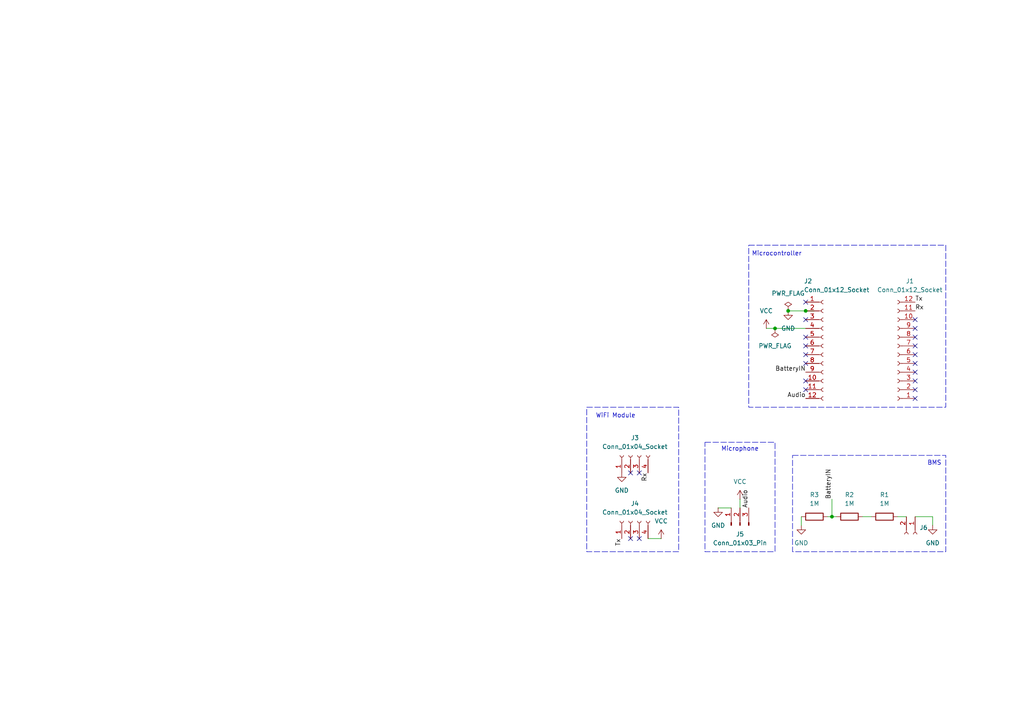
<source format=kicad_sch>
(kicad_sch (version 20250114) (generator "eeschema") (generator_version "9.0")
  (paper "A4")
  (lib_symbols
    (symbol "Connector:Conn_01x02_Socket" (pin_names (offset 1.016) (hide yes))
      (property "Reference" "J" (at 0 2.54 0))
      (property "Value" "Conn_01x02_Socket" (at 0 -5.08 0))
      (symbol "Conn_01x02_Socket_1_1"
        (polyline (pts (xy -1.27 0) (xy -0.508 0)) (stroke (width 0.1524)))
        (polyline (pts (xy -1.27 -2.54) (xy -0.508 -2.54)) (stroke (width 0.1524)))
        (arc (start 0 -0.508) (mid -0.5058 0) (end 0 0.508) (stroke (width 0.1524)))
        (arc (start 0 -3.048) (mid -0.5058 -2.54) (end 0 -2.032) (stroke (width 0.1524)))
        (pin passive line (at -5.08 0 0) (length 3.81) (name "Pin_1") (number "1"))
        (pin passive line (at -5.08 -2.54 0) (length 3.81) (name "Pin_2") (number "2"))
      )
    )
    (symbol "Connector:Conn_01x03_Pin" (pin_names (offset 1.016) (hide yes))
      (property "Reference" "J" (at 0 5.08 0))
      (property "Value" "Conn_01x03_Pin" (at 0 -5.08 0))
      (symbol "Conn_01x03_Pin_1_1"
        (rectangle (start 0.8636 2.667) (end 0 2.413) (stroke (width 0.1524)) (fill (type outline)))
        (rectangle (start 0.8636 0.127) (end 0 -0.127) (stroke (width 0.1524)) (fill (type outline)))
        (rectangle (start 0.8636 -2.413) (end 0 -2.667) (stroke (width 0.1524)) (fill (type outline)))
        (polyline (pts (xy 1.27 2.54) (xy 0.8636 2.54)) (stroke (width 0.1524)))
        (polyline (pts (xy 1.27 0) (xy 0.8636 0)) (stroke (width 0.1524)))
        (polyline (pts (xy 1.27 -2.54) (xy 0.8636 -2.54)) (stroke (width 0.1524)))
        (pin passive line (at 5.08 2.54 180) (length 3.81) (name "Pin_1") (number "1"))
        (pin passive line (at 5.08 0 180) (length 3.81) (name "Pin_2") (number "2"))
        (pin passive line (at 5.08 -2.54 180) (length 3.81) (name "Pin_3") (number "3"))
      )
    )
    (symbol "Connector:Conn_01x04_Socket" (pin_names (offset 1.016) (hide yes))
      (property "Reference" "J" (at 0 5.08 0))
      (property "Value" "Conn_01x04_Socket" (at 0 -7.62 0))
      (symbol "Conn_01x04_Socket_1_1"
        (polyline (pts (xy -1.27 2.54) (xy -0.508 2.54)) (stroke (width 0.1524)))
        (polyline (pts (xy -1.27 0) (xy -0.508 0)) (stroke (width 0.1524)))
        (polyline (pts (xy -1.27 -2.54) (xy -0.508 -2.54)) (stroke (width 0.1524)))
        (polyline (pts (xy -1.27 -5.08) (xy -0.508 -5.08)) (stroke (width 0.1524)))
        (arc (start 0 2.032) (mid -0.5058 2.54) (end 0 3.048) (stroke (width 0.1524)))
        (arc (start 0 -0.508) (mid -0.5058 0) (end 0 0.508) (stroke (width 0.1524)))
        (arc (start 0 -3.048) (mid -0.5058 -2.54) (end 0 -2.032) (stroke (width 0.1524)))
        (arc (start 0 -5.588) (mid -0.5058 -5.08) (end 0 -4.572) (stroke (width 0.1524)))
        (pin passive line (at -5.08 2.54 0) (length 3.81) (name "Pin_1") (number "1"))
        (pin passive line (at -5.08 0 0) (length 3.81) (name "Pin_2") (number "2"))
        (pin passive line (at -5.08 -2.54 0) (length 3.81) (name "Pin_3") (number "3"))
        (pin passive line (at -5.08 -5.08 0) (length 3.81) (name "Pin_4") (number "4"))
      )
    )
    (symbol "Connector:Conn_01x12_Socket" (pin_names (offset 1.016) (hide yes))
      (property "Reference" "J" (at 0 15.24 0))
      (property "Value" "Conn_01x12_Socket" (at 0 -17.78 0))
      (symbol "Conn_01x12_Socket_1_1"
        (polyline (pts (xy -1.27 12.7) (xy -0.508 12.7)) (stroke (width 0.1524)))
        (polyline (pts (xy -1.27 10.16) (xy -0.508 10.16)) (stroke (width 0.1524)))
        (polyline (pts (xy -1.27 7.62) (xy -0.508 7.62)) (stroke (width 0.1524)))
        (polyline (pts (xy -1.27 5.08) (xy -0.508 5.08)) (stroke (width 0.1524)))
        (polyline (pts (xy -1.27 2.54) (xy -0.508 2.54)) (stroke (width 0.1524)))
        (polyline (pts (xy -1.27 0) (xy -0.508 0)) (stroke (width 0.1524)))
        (polyline (pts (xy -1.27 -2.54) (xy -0.508 -2.54)) (stroke (width 0.1524)))
        (polyline (pts (xy -1.27 -5.08) (xy -0.508 -5.08)) (stroke (width 0.1524)))
        (polyline (pts (xy -1.27 -7.62) (xy -0.508 -7.62)) (stroke (width 0.1524)))
        (polyline (pts (xy -1.27 -10.16) (xy -0.508 -10.16)) (stroke (width 0.1524)))
        (polyline (pts (xy -1.27 -12.7) (xy -0.508 -12.7)) (stroke (width 0.1524)))
        (polyline (pts (xy -1.27 -15.24) (xy -0.508 -15.24)) (stroke (width 0.1524)))
        (arc (start 0 12.192) (mid -0.5058 12.7) (end 0 13.208) (stroke (width 0.1524)))
        (arc (start 0 9.652) (mid -0.5058 10.16) (end 0 10.668) (stroke (width 0.1524)))
        (arc (start 0 7.112) (mid -0.5058 7.62) (end 0 8.128) (stroke (width 0.1524)))
        (arc (start 0 4.572) (mid -0.5058 5.08) (end 0 5.588) (stroke (width 0.1524)))
        (arc (start 0 2.032) (mid -0.5058 2.54) (end 0 3.048) (stroke (width 0.1524)))
        (arc (start 0 -0.508) (mid -0.5058 0) (end 0 0.508) (stroke (width 0.1524)))
        (arc (start 0 -3.048) (mid -0.5058 -2.54) (end 0 -2.032) (stroke (width 0.1524)))
        (arc (start 0 -5.588) (mid -0.5058 -5.08) (end 0 -4.572) (stroke (width 0.1524)))
        (arc (start 0 -8.128) (mid -0.5058 -7.62) (end 0 -7.112) (stroke (width 0.1524)))
        (arc (start 0 -10.668) (mid -0.5058 -10.16) (end 0 -9.652) (stroke (width 0.1524)))
        (arc (start 0 -13.208) (mid -0.5058 -12.7) (end 0 -12.192) (stroke (width 0.1524)))
        (arc (start 0 -15.748) (mid -0.5058 -15.24) (end 0 -14.732) (stroke (width 0.1524)))
        (pin passive line (at -5.08 12.7 0) (length 3.81) (name "Pin_1") (number "1"))
        (pin passive line (at -5.08 10.16 0) (length 3.81) (name "Pin_2") (number "2"))
        (pin passive line (at -5.08 7.62 0) (length 3.81) (name "Pin_3") (number "3"))
        (pin passive line (at -5.08 5.08 0) (length 3.81) (name "Pin_4") (number "4"))
        (pin passive line (at -5.08 2.54 0) (length 3.81) (name "Pin_5") (number "5"))
        (pin passive line (at -5.08 0 0) (length 3.81) (name "Pin_6") (number "6"))
        (pin passive line (at -5.08 -2.54 0) (length 3.81) (name "Pin_7") (number "7"))
        (pin passive line (at -5.08 -5.08 0) (length 3.81) (name "Pin_8") (number "8"))
        (pin passive line (at -5.08 -7.62 0) (length 3.81) (name "Pin_9") (number "9"))
        (pin passive line (at -5.08 -10.16 0) (length 3.81) (name "Pin_10") (number "10"))
        (pin passive line (at -5.08 -12.7 0) (length 3.81) (name "Pin_11") (number "11"))
        (pin passive line (at -5.08 -15.24 0) (length 3.81) (name "Pin_12") (number "12"))
      )
    )
    (symbol "Device:R" (pin_numbers (hide yes)) (pin_names (offset 0))
      (property "Reference" "R" (at 2.032 0 90))
      (property "Value" "R" (at 0 0 90))
      (symbol "R_0_1"
        (rectangle (start -1.016 -2.54) (end 1.016 2.54) (stroke (width 0.254)))
      )
      (symbol "R_1_1"
        (pin passive line (at 0 3.81 270) (length 1.27) (name "~") (number "1"))
        (pin passive line (at 0 -3.81 90) (length 1.27) (name "~") (number "2"))
      )
    )
    (symbol "power:GND" (power) (pin_numbers (hide yes)) (pin_names (offset 0) (hide yes))
      (property "Value" "GND" (at 0 -3.81 0))
      (symbol "GND_0_1"
        (polyline (pts (xy 0 0) (xy 0 -1.27) (xy 1.27 -1.27) (xy 0 -2.54) (xy -1.27 -1.27) (xy 0 -1.27)))
      )
      (symbol "GND_1_1"
        (pin power_in line (at 0 0 270) (length 0) (name "~") (number "1"))
      )
    )
    (symbol "power:PWR_FLAG" (power) (pin_numbers (hide yes)) (pin_names (offset 0) (hide yes))
      (property "Value" "PWR_FLAG" (at 0 3.81 0))
      (symbol "PWR_FLAG_0_0"
        (pin power_out line (at 0 0 90) (length 0) (name "~") (number "1"))
      )
      (symbol "PWR_FLAG_0_1"
        (polyline (pts (xy 0 0) (xy 0 1.27) (xy -1.016 1.905) (xy 0 2.54) (xy 1.016 1.905) (xy 0 1.27)))
      )
    )
    (symbol "power:VCC" (power) (pin_numbers (hide yes)) (pin_names (offset 0) (hide yes))
      (property "Value" "VCC" (at 0 3.556 0))
      (symbol "VCC_0_1"
        (polyline (pts (xy -0.762 1.27) (xy 0 2.54)))
        (polyline (pts (xy 0 2.54) (xy 0.762 1.27)))
        (polyline (pts (xy 0 0) (xy 0 2.54)))
      )
      (symbol "VCC_1_1"
        (pin power_in line (at 0 0 90) (length 0) (name "~") (number "1"))
      )
    )
  )
  (rectangle (start 170.18 118.11) (end 196.85 160.02) (stroke (width 0) (type dash)))
  (rectangle (start 217.17 71.12) (end 274.32 118.11) (stroke (width 0) (type dash)))
  (rectangle (start 204.47 128.27) (end 224.79 160.02) (stroke (width 0) (type dash)))
  (rectangle (start 229.87 132.08) (end 274.32 160.02) (stroke (width 0) (type dash)))
  (text "WiFi Module" (at 178.562 120.65 0) (effects (font (size 1.27 1.27))))
  (text "BMS" (at 271.018 134.366 0) (effects (font (size 1.27 1.27))))
  (text "Microcontroller" (at 225.298 73.66 0) (effects (font (size 1.27 1.27))))
  (text "Microphone" (at 214.63 130.302 0) (effects (font (size 1.27 1.27))))
  (junction (at 233.68 90.17))
  (junction (at 228.6 90.17))
  (junction (at 241.3 149.86))
  (junction (at 224.79 95.25))
  (no_connect (at 265.43 110.49))
  (no_connect (at 265.43 97.79))
  (no_connect (at 265.43 113.03))
  (no_connect (at 233.68 87.63))
  (no_connect (at 182.88 137.16))
  (no_connect (at 233.68 102.87))
  (no_connect (at 233.68 113.03))
  (no_connect (at 265.43 95.25))
  (no_connect (at 233.68 92.71))
  (no_connect (at 265.43 92.71))
  (no_connect (at 265.43 115.57))
  (no_connect (at 233.68 97.79))
  (no_connect (at 185.42 137.16))
  (no_connect (at 233.68 100.33))
  (no_connect (at 265.43 102.87))
  (no_connect (at 265.43 100.33))
  (no_connect (at 182.88 156.21))
  (no_connect (at 233.68 105.41))
  (no_connect (at 185.42 156.21))
  (no_connect (at 233.68 110.49))
  (no_connect (at 265.43 107.95))
  (no_connect (at 265.43 105.41))
  (wire (pts (xy 187.96 156.21) (xy 191.77 156.21)))
  (wire (pts (xy 241.3 144.78) (xy 241.3 149.86)))
  (wire (pts (xy 270.51 152.4) (xy 270.51 149.86)))
  (wire (pts (xy 208.28 147.32) (xy 212.09 147.32)))
  (wire (pts (xy 240.03 149.86) (xy 241.3 149.86)))
  (wire (pts (xy 214.63 144.78) (xy 214.63 147.32)))
  (wire (pts (xy 265.43 149.86) (xy 270.51 149.86)))
  (wire (pts (xy 222.25 95.25) (xy 224.79 95.25)))
  (wire (pts (xy 250.19 149.86) (xy 252.73 149.86)))
  (wire (pts (xy 241.3 149.86) (xy 242.57 149.86)))
  (wire (pts (xy 232.41 149.86) (xy 232.41 152.4)))
  (wire (pts (xy 228.6 90.17) (xy 233.68 90.17)))
  (wire (pts (xy 260.35 149.86) (xy 262.89 149.86)))
  (wire (pts (xy 236.22 90.17) (xy 233.68 90.17)))
  (wire (pts (xy 224.79 95.25) (xy 233.68 95.25)))
  (label "Tx" (at 180.34 156.21 270))
  (label "BatteryIN" (at 241.3 144.78 90))
  (label "Audio" (at 217.17 147.32 90))
  (label "Tx" (at 265.43 87.63 0))
  (label "BatteryIN" (at 233.68 107.95 180))
  (label "Rx" (at 265.43 90.17 0))
  (label "Audio" (at 233.68 115.57 180))
  (label "Rx" (at 187.96 137.16 270))
  (symbol (lib_id "Connector:Conn_01x02_Socket") (at 265.43 154.94 270) (unit 1)
    (property "Reference" "J6" (at 266.7 153.0349 90) (effects (justify left)))
    (property "Value" "Conn_01x02_Socket" (effects (hide yes)))
    (property "Footprint" "Connector_JST:JST_XH_B2B-XH-AM_1x02_P2.50mm_Vertical" (effects (hide yes)))
    (property "Description" "Generic connector, single row, 01x02, script generated" (effects (hide yes)))
  )
  (symbol (lib_id "Device:R") (at 256.54 149.86 90) (unit 1)
    (property "Reference" "R1" (at 256.54 143.51 90))
    (property "Value" "1M" (at 256.54 146.05 90))
    (property "Footprint" "Resistor_SMD:R_2512_6332Metric_Pad1.40x3.35mm_HandSolder" (effects (hide yes)))
    (property "Description" "Resistor" (effects (hide yes)))
  )
  (symbol (lib_id "power:GND") (at 208.28 147.32 0) (unit 1)
    (property "Reference" "#PWR04" (effects (hide yes)))
    (property "Value" "GND" (at 208.28 152.4 0))
    (property "Description" "Power symbol creates a global label with name \"GND\" , ground" (effects (hide yes)))
  )
  (symbol (lib_id "power:VCC") (at 222.25 95.25 0) (unit 1)
    (property "Reference" "#PWR02" (effects (hide yes)))
    (property "Value" "VCC" (at 222.25 90.17 0))
    (property "Description" "Power symbol creates a global label with name \"VCC\"" (effects (hide yes)))
  )
  (symbol (lib_id "power:GND") (at 270.51 152.4 0) (unit 1)
    (property "Reference" "#PWR06" (effects (hide yes)))
    (property "Value" "GND" (at 270.51 157.48 0))
    (property "Description" "Power symbol creates a global label with name \"GND\" , ground" (effects (hide yes)))
  )
  (symbol (lib_id "Device:R") (at 236.22 149.86 90) (unit 1)
    (property "Reference" "R3" (at 236.22 143.51 90))
    (property "Value" "1M" (at 236.22 146.05 90))
    (property "Footprint" "Resistor_SMD:R_2512_6332Metric_Pad1.40x3.35mm_HandSolder" (effects (hide yes)))
    (property "Description" "Resistor" (effects (hide yes)))
  )
  (symbol (lib_id "power:GND") (at 180.34 137.16 0) (unit 1)
    (property "Reference" "#PWR08" (effects (hide yes)))
    (property "Value" "GND" (at 180.34 142.24 0))
    (property "Description" "Power symbol creates a global label with name \"GND\" , ground" (effects (hide yes)))
  )
  (symbol (lib_id "Connector:Conn_01x04_Socket") (at 182.88 151.13 90) (unit 1)
    (property "Reference" "J4" (at 184.15 146.05 90))
    (property "Value" "Conn_01x04_Socket" (at 184.15 148.59 90))
    (property "Footprint" "Connector_PinSocket_2.54mm:PinSocket_1x04_P2.54mm_Vertical" (effects (hide yes)))
    (property "Description" "Generic connector, single row, 01x04, script generated" (effects (hide yes)))
  )
  (symbol (lib_id "Connector:Conn_01x12_Socket") (at 238.76 100.33 0) (unit 1)
    (property "Reference" "J2" (at 233.172 81.534 0) (effects (justify left)))
    (property "Value" "Conn_01x12_Socket" (at 233.172 84.074 0) (effects (justify left)))
    (property "Footprint" "Connector_PinHeader_2.54mm:PinHeader_1x12_P2.54mm_Vertical" (effects (hide yes)))
    (property "Description" "Generic connector, single row, 01x12, script generated" (effects (hide yes)))
  )
  (symbol (lib_id "power:VCC") (at 214.63 144.78 0) (unit 1)
    (property "Reference" "#PWR03" (effects (hide yes)))
    (property "Value" "VCC" (at 214.63 139.7 0))
    (property "Description" "Power symbol creates a global label with name \"VCC\"" (effects (hide yes)))
  )
  (symbol (lib_id "Device:R") (at 246.38 149.86 90) (unit 1)
    (property "Reference" "R2" (at 246.38 143.51 90))
    (property "Value" "1M" (at 246.38 146.05 90))
    (property "Footprint" "Resistor_SMD:R_2512_6332Metric_Pad1.40x3.35mm_HandSolder" (effects (hide yes)))
    (property "Description" "Resistor" (effects (hide yes)))
  )
  (symbol (lib_id "power:GND") (at 232.41 152.4 0) (unit 1)
    (property "Reference" "#PWR05" (effects (hide yes)))
    (property "Value" "GND" (at 232.41 157.48 0))
    (property "Description" "Power symbol creates a global label with name \"GND\" , ground" (effects (hide yes)))
  )
  (symbol (lib_id "power:PWR_FLAG") (at 228.6 90.17 0) (unit 1)
    (property "Reference" "#FLG02" (effects (hide yes)))
    (property "Value" "PWR_FLAG" (at 228.6 85.09 0))
    (property "Description" "Special symbol for telling ERC where power comes from" (effects (hide yes)))
  )
  (symbol (lib_id "Connector:Conn_01x12_Socket") (at 260.35 102.87 180) (unit 1)
    (property "Reference" "J1" (at 263.906 81.534 0))
    (property "Value" "Conn_01x12_Socket" (at 263.906 84.074 0))
    (property "Footprint" "Connector_PinHeader_2.54mm:PinHeader_1x12_P2.54mm_Vertical" (effects (hide yes)))
    (property "Description" "Generic connector, single row, 01x12, script generated" (effects (hide yes)))
  )
  (symbol (lib_id "Connector:Conn_01x03_Pin") (at 214.63 152.4 90) (unit 1)
    (property "Reference" "J5" (at 214.63 154.94 90))
    (property "Value" "Conn_01x03_Pin" (at 214.63 157.48 90))
    (property "Footprint" "Connector_JST:JST_XA_B03B-XASK-1_1x03_P2.50mm_Vertical" (effects (hide yes)))
    (property "Description" "Generic connector, single row, 01x03, script generated" (effects (hide yes)))
  )
  (symbol (lib_id "power:PWR_FLAG") (at 224.79 95.25 180) (unit 1)
    (property "Reference" "#FLG01" (effects (hide yes)))
    (property "Value" "PWR_FLAG" (at 224.79 100.33 0))
    (property "Description" "Special symbol for telling ERC where power comes from" (effects (hide yes)))
  )
  (symbol (lib_id "power:GND") (at 228.6 90.17 0) (unit 1)
    (property "Reference" "#PWR01" (effects (hide yes)))
    (property "Value" "GND" (at 228.6 95.25 0))
    (property "Description" "Power symbol creates a global label with name \"GND\" , ground" (effects (hide yes)))
  )
  (symbol (lib_id "Connector:Conn_01x04_Socket") (at 182.88 132.08 90) (unit 1)
    (property "Reference" "J3" (at 184.15 127 90))
    (property "Value" "Conn_01x04_Socket" (at 184.15 129.54 90))
    (property "Footprint" "Connector_PinSocket_2.54mm:PinSocket_1x04_P2.54mm_Vertical" (effects (hide yes)))
    (property "Description" "Generic connector, single row, 01x04, script generated" (effects (hide yes)))
  )
  (symbol (lib_id "power:VCC") (at 191.77 156.21 0) (unit 1)
    (property "Reference" "#PWR07" (effects (hide yes)))
    (property "Value" "VCC" (at 191.77 151.13 0))
    (property "Description" "Power symbol creates a global label with name \"VCC\"" (effects (hide yes)))
  )
)
</source>
